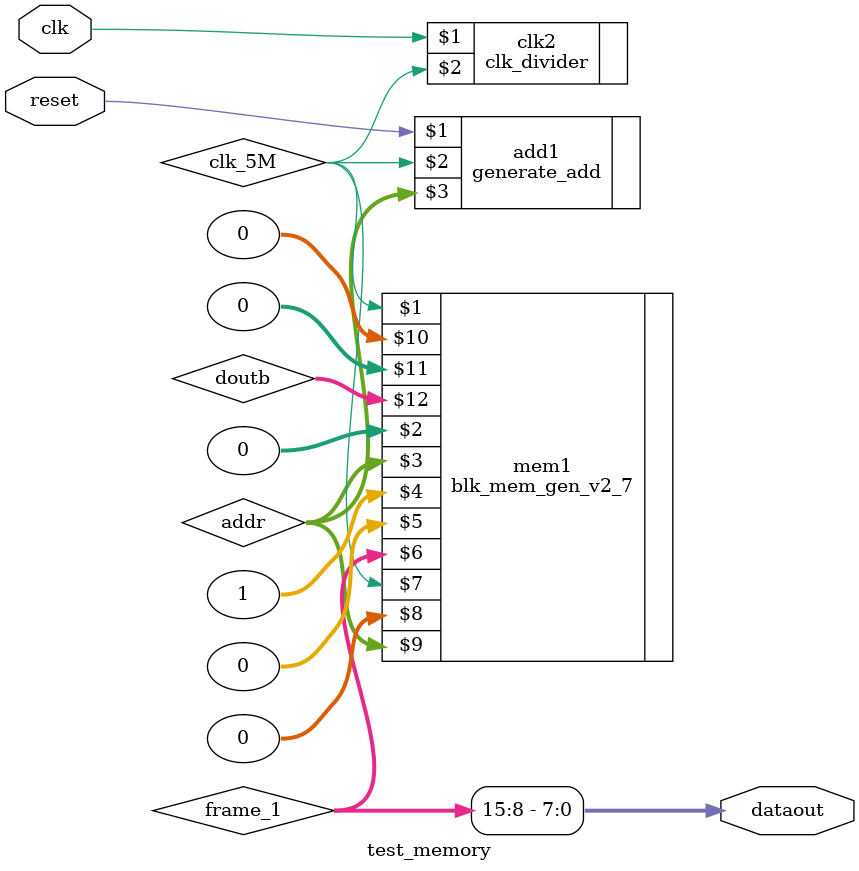
<source format=v>
`timescale 1ns / 1ps
module test_memory(reset,clk,dataout);

input clk,reset;
output [7:0] dataout;

wire [15:0] addr;
wire clk_5M;
wire [15:0] frame_1;
wire [15:0] doutb;

clk_divider #(.NDIV(50000000),.NBIT(22)) clk2(clk,clk_5M);
generate_add add1(reset,clk_5M,addr);
blk_mem_gen_v2_7 mem1(clk_5M,
	0,
	addr,
	1,
	0,
	frame_1,
	clk_5M,
	0,
	addr,
	0,
	0,
	doutb);
	
assign dataout = frame_1[15:8];
endmodule

</source>
